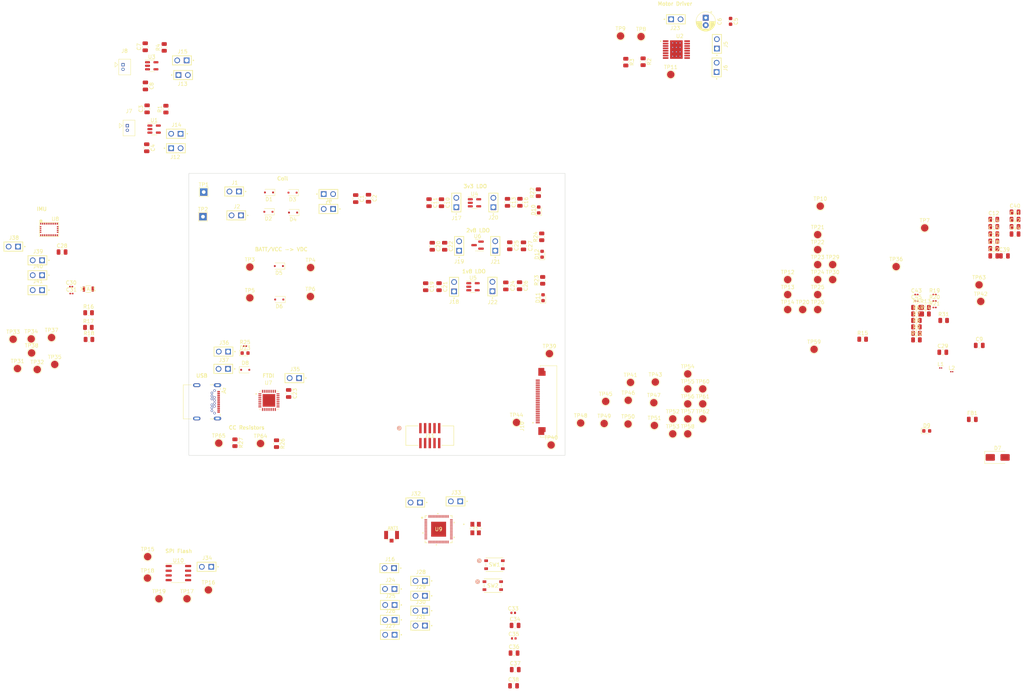
<source format=kicad_pcb>
(kicad_pcb (version 20221018) (generator pcbnew)
  (layers (0 "F.Cu" signal) (1 "In1.Cu" signal) (2 "In2.Cu" signal) (31 "B.Cu" signal) (34 "B.Paste" user) (35 "F.Paste" user) (36 "B.SilkS" user "B.Silkscreen") (37 "F.SilkS" user "F.Silkscreen") (38 "B.Mask" user) (39 "F.Mask" user) (44 "Edge.Cuts" user))
  (net 0 "")
  (net 1 "GND")
  (net 2 "Net-(ANT1-PadSIG)")
  (net 3 "VCC")
  (net 4 "+BATT")
  (net 5 "+2V8")
  (net 6 "VDC")
  (net 7 "Net-(D7-K)")
  (net 8 "+3.3V")
  (net 9 "CAM_RESET")
  (net 10 "+1V8")
  (net 11 "Net-(U8-CAP)")
  (net 12 "Net-(U8-XIN32)")
  (net 13 "Net-(U8-XOUT32)")
  (net 14 "Net-(U9-LNA_IN)")
  (net 15 "Net-(C38-Pad1)")
  (net 16 "Net-(U9-XTAL_P)")
  (net 17 "Net-(U9-XTAL_N)")
  (net 18 "Net-(D1-K)")
  (net 19 "Net-(D2-K)")
  (net 20 "+5V")
  (net 21 "IO21{slash}USER_LED")
  (net 22 "Net-(D9-A)")
  (net 23 "Net-(FB1-Pad2)")
  (net 24 "Net-(U2-BOUT1)")
  (net 25 "Net-(U2-BOUT2)")
  (net 26 "Net-(U2-AOUT1)")
  (net 27 "Net-(U2-AOUT2)")
  (net 28 "USB_DP")
  (net 29 "USB_DN")
  (net 31 "MTDO{slash}IO40{slash}CAM_SDA")
  (net 32 "MTCK{slash}IO39{slash}CAM_SCL")
  (net 33 "IO38{slash}DVP_VSYNC")
  (net 34 "Net-(J10-Pad8)")
  (net 35 "IO47{slash}DVP_HREF")
  (net 36 "IO48{slash}DVP_Y9")
  (net 37 "IO10{slash}XMCLK")
  (net 38 "IO11{slash}DVP_Y8")
  (net 39 "IO12{slash}DVP_Y7")
  (net 40 "IO13{slash}DVP_PCLK")
  (net 41 "IO14{slash}DVP_Y6")
  (net 42 "IO15{slash}DVP_Y2")
  (net 43 "IO16{slash}DVP_Y5")
  (net 44 "IO17{slash}DVP_Y3")
  (net 45 "IO18{slash}DVP_Y4")
  (net 48 "CHIP_EN")
  (net 49 "MTDI{slash}IO41{slash}PDM_DATA")
  (net 50 "MTMS{slash}IO42{slash}PDM_CLK")
  (net 51 "Net-(U1-PROG)")
  (net 52 "Net-(U2-BISEN)")
  (net 53 "Net-(U2-AISEN)")
  (net 54 "Net-(U3-PROG)")
  (net 55 "Net-(R6-Pad1)")
  (net 56 "Net-(R13-Pad2)")
  (net 57 "Net-(R14-Pad2)")
  (net 58 "Net-(U8-PS1)")
  (net 59 "Net-(U8-PS0)")
  (net 60 "Net-(U8-COM3)")
  (net 61 "DRV_FAULT")
  (net 62 "BNO_SCL")
  (net 63 "BNO_SDA")
  (net 64 "GPIO37")
  (net 65 "DRV_SLEEP")
  (net 66 "GPIO36")
  (net 67 "BNO_INT")
  (net 68 "GPIO35")
  (net 69 "GPIO34")
  (net 70 "GPIO33")
  (net 71 "MOTOR1_AIN1")
  (net 72 "D3{slash}A3")
  (net 73 "MOTOR1_AIN2")
  (net 74 "D2{slash}A2")
  (net 75 "MOTOR2_BIN1")
  (net 76 "D1{slash}A1")
  (net 77 "MOTOR2_BIN2")
  (net 78 "D0{slash}A0")
  (net 79 "Net-(U9-U0TXD)")
  (net 80 "TX_D6")
  (net 82 "GPIO0")
  (net 95 "RX_D7")
  (net 106 "BNO_RST")
  (net 107 "D4{slash}I2C_SDA")
  (net 108 "D5{slash}I2C_SCL")
  (net 109 "D8{slash}A8{slash}SCK")
  (net 110 "D9{slash}A9{slash}MISO")
  (net 111 "D10{slash}A10{slash}MOSI")
  (net 113 "VDD_SPI")
  (net 114 "SPIHD")
  (net 115 "SPIWP")
  (net 116 "SPICS0")
  (net 117 "SPICLK")
  (net 118 "SPIQ")
  (net 119 "SPID")
  (net 123 "Net-(D1-A)")
  (net 124 "Net-(D3-K)")
  (net 125 "Net-(J1-Pad01)")
  (net 126 "Net-(J2-Pad02)")
  (net 127 "Net-(J12-Pad02)")
  (net 128 "Net-(J13-Pad02)")
  (net 129 "Net-(U1-V_{DD})")
  (net 130 "Net-(U3-V_{DD})")
  (net 131 "Net-(U4-EN)")
  (net 132 "Net-(U5-EN)")
  (net 133 "Net-(U6-VI)")
  (net 134 "Net-(U4-VOUT)")
  (net 135 "Net-(U6-VO)")
  (net 136 "Net-(U5-VOUT)")
  (net 137 "Net-(C44-Pad1)")
  (net 138 "Net-(D8-K)")
  (net 139 "Net-(D8-A)")
  (net 140 "Net-(U2-VM)")
  (net 141 "Net-(J32-Pad02)")
  (net 142 "Net-(J33-Pad01)")
  (net 143 "Net-(U7-VCC)")
  (net 144 "Net-(U8-VDD)")
  (net 145 "Net-(U8-PIN10)")
  (net 146 "Net-(U8-PIN15)")
  (net 147 "Net-(U8-PIN16)")
  (net 148 "Net-(C25-Pad1)")
  (net 149 "Net-(D10-A)")
  (net 150 "Net-(D11-A)")
  (net 151 "Net-(D12-A)")
  (net 152 "Net-(D13-A)")
  (net 153 "Net-(J42-CC1)")
  (net 154 "Net-(J42-CC2)")
  (footprint "HMTSW-102-X-X-S-X:SAMTEC_HMTSW-102-X-X-S-X" (layer "F.Cu") (at 77.6224 49.4792)
    (fp_text reference "J14")
    (fp_text value "HMTSW-102-X-X-S-X" hide)
  )
  (footprint "TestPoint:TestPoint_Pad_D2.0mm" (layer "F.Cu") (at 169.6212 127.508)
    (fp_text reference "TP44")
    (fp_text value "TestPoint")
  )
  (footprint "HMTSW-102-X-X-S-X:SAMTEC_HMTSW-102-X-X-S-X" (layer "F.Cu") (at 135.4213 184.8952)
    (fp_text reference "J27")
    (fp_text value "HMTSW-102-X-X-S-X")
  )
  (footprint "Capacitor_SMD:C_0805_2012Metric" (layer "F.Cu") (at 170.5356 68.006 -90)
    (fp_text reference "C16")
    (fp_text value "1uF")
  )
  (footprint "ABM8G_40_000MHZ_18_D2Y_T:CRYSTAL_ABM8G_ABR" (layer "F.Cu") (at 158.571399 156.183401)
    (fp_text reference "Y1")
    (fp_text value "ABM8G-40.000MHZ-18-D2Y-T")
  )
  (footprint "Capacitor_SMD:C_0805_2012Metric" (layer "F.Cu") (at 298.5164 82.494)
    (fp_text reference "C32")
    (fp_text value "100nF")
  )
  (footprint "Capacitor_SMD:C_0805_2012Metric" (layer "F.Cu") (at 171.5008 79.7916 -90)
    (fp_text reference "C27")
    (fp_text value "1uF")
  )
  (footprint "TestPoint:TestPoint_Pad_D2.0mm" (layer "F.Cu") (at 97.5983 85.4964)
    (fp_text reference "TP3")
    (fp_text value "TestPoint")
  )
  (footprint "Capacitor_SMD:C_0201_0603Metric" (layer "F.Cu") (at 277.6288 92.9392)
    (fp_text reference "C43")
    (fp_text value "18pF")
  )
  (footprint "Capacitor_SMD:C_0805_2012Metric" (layer "F.Cu") (at 298.5164 72.644)
    (fp_text reference "C12")
    (fp_text value "2.2uF")
  )
  (footprint "HMTSW-102-X-X-S-X:SAMTEC_HMTSW-102-X-X-S-X" (layer "F.Cu") (at 223.7347 25.1968 -90)
    (fp_text reference "J5")
    (fp_text value "HMTSW-102-X-X-S-X" hide)
  )
  (footprint "Resistor_SMD:R_0805_2012Metric" (layer "F.Cu") (at 280.0788 96.4392)
    (fp_text reference "R13")
    (fp_text value "10k")
  )
  (footprint "TestPoint:TestPoint_Pad_D2.0mm" (layer "F.Cu") (at 272.1496 85.3948)
    (fp_text reference "TP36")
    (fp_text value "TestPoint")
  )
  (footprint "TestPoint:TestPoint_Pad_D2.0mm" (layer "F.Cu") (at 40.1788 113.20265)
    (fp_text reference "TP32")
    (fp_text value "TestPoint")
  )
  (footprint "DRV8410PWPR:IC_DRV8410PWPR" (layer "F.Cu") (at 212.7968 26.7306)
    (fp_text reference "U2")
    (fp_text value "DRV8410PWPR")
  )
  (footprint "TestPoint:TestPoint_Pad_D2.0mm" (layer "F.Cu") (at 69.9516 169.5704)
    (fp_text reference "TP18")
    (fp_text value "TestPoint")
  )
  (footprint "Capacitor_SMD:C_0805_2012Metric" (layer "F.Cu") (at 69.342 25.9792 90)
    (fp_text reference "C7")
    (fp_text value "1uF")
  )
  (footprint "TestPoint:TestPoint_Pad_D2.0mm" (layer "F.Cu") (at 250.954 76.752)
    (fp_text reference "TP21")
    (fp_text value "TestPoint")
  )
  (footprint "Capacitor_SMD:C_0805_2012Metric" (layer "F.Cu") (at 294.594975 106.69)
    (fp_text reference "C9")
    (fp_text value "2.2uF")
  )
  (footprint "Capacitor_SMD:C_0201_0603Metric" (layer "F.Cu") (at 49.4138 92.67945)
    (fp_text reference "C31")
    (fp_text value "22pF")
  )
  (footprint "TestPoint:TestPoint_Pad_D2.0mm" (layer "F.Cu") (at 215.8632 122.4928)
    (fp_text reference "TP56")
    (fp_text value "TestPoint")
  )
  (footprint "Capacitor_SMD:C_0805_2012Metric" (layer "F.Cu") (at 304.2564 70.674)
    (fp_text reference "C40")
    (fp_text value "100nF")
  )
  (footprint "TestPoint:TestPoint_Pad_D2.0mm" (layer "F.Cu") (at 207.1116 116.586)
    (fp_text reference "TP43")
    (fp_text value "TestPoint")
  )
  (footprint "U.FL-R-SMT-1:U.FL-R-SMT-1" (layer "F.Cu") (at 135.875199 157.928001)
    (fp_text reference "ANT1")
    (fp_text value "U.FL-R-SMT-1")
  )
  (footprint "Capacitor_SMD:C_0805_2012Metric" (layer "F.Cu") (at 301.3864 82.494)
    (fp_text reference "C39")
    (fp_text value "2.2uF")
  )
  (footprint "TestPoint:TestPoint_Pad_D2.0mm" (layer "F.Cu") (at 34.8448 112.94865)
    (fp_text reference "TP31")
    (fp_text value "TestPoint")
  )
  (footprint "HMTSW-102-X-X-S-X:SAMTEC_HMTSW-102-X-X-S-X" (layer "F.Cu") (at 79.5921 33.6144 180)
    (fp_text reference "J13")
    (fp_text value "HMTSW-102-X-X-S-X" hide)
  )
  (footprint "UJ31-CH-G2-SMT-TR:CUI_UJ31-CH-G2-SMT-TR" (layer "F.Cu") (at 89.1712 119.1912 -90)
    (fp_text reference "J42")
    (fp_text value "UJ31-CH-G2-SMT-TR")
    (fp_line (start 6.325 1.485) (end 6.625 1.485) (stroke (width 0.01)) (layer "Edge.Cuts"))
    (fp_line (start 6.325 2.135) (end 6.625 2.135) (stroke (width 0.01)) (layer "Edge.Cuts"))
    (fp_arc (start 6.325 2.135) (mid 6 1.81) (end 6.325 1.485) (stroke (width 0.01)) (layer "Edge.Cuts"))
    (fp_arc (start 6.625 1.485) (mid 6.95 1.81) (end 6.625 2.135) (stroke (width 0.01)) (layer "Edge.Cuts"))
  )
  (footprint "TestPoint:TestPoint_Pad_D2.0mm" (layer "F.Cu") (at 242.854 97.002)
    (fp_text reference "TP14")
    (fp_text value "TestPoint")
  )
  (footprint "TestPoint:TestPoint_Pad_D2.0mm" (layer "F.Cu") (at 70.0024 163.7792)
    (fp_text reference "TP15")
    (fp_text value "TestPoint")
  )
  (footprint "TestPoint:TestPoint_Pad_D2.0mm" (layer "F.Cu") (at 199.7964 121.5136)
    (fp_text reference "TP46")
    (fp_text value "TestPoint")
  )
  (footprint "TestPoint:TestPoint_Pad_D2.0mm" (layer "F.Cu") (at 251.66 69.0496)
    (fp_text reference "TP10")
    (fp_text value "TestPoint")
  )
  (footprint "Capacitor_SMD:C_0805_2012Metric" (layer "F.Cu") (at 166.7256 90.612 -90)
    (fp_text reference "C24")
    (fp_text value "10uF")
  )
  (footprint "Capacitor_SMD:C_0805_2012Metric" (layer "F.Cu") (at 146.8628 79.8932 -90)
    (fp_text reference "C20")
    (fp_text value "10uF")
  )
  (footprint "Capacitor_SMD:C_0805_2012Metric" (layer "F.Cu") (at 148.6916 90.8152 -90)
    (fp_text reference "C21")
    (fp_text value "1uF")
  )
  (footprint "HMTSW-102-X-X-S-X:SAMTEC_HMTSW-102-X-X-S-X" (layer "F.Cu") (at 135.2689 166.8784)
    (fp_text reference "J16")
    (fp_text value "HMTSW-102-X-X-S-X" hide)
  )
  (footprint "HMTSW-102-X-X-S-X:SAMTEC_HMTSW-102-X-X-S-X" (layer "F.Cu") (at 163.1188 90.7796 -90)
    (fp_text reference "J22")
    (fp_text value "HMTSW-102-X-X-S-X" hide)
  )
  (footprint "Capacitor_SMD:C_0805_2012Metric" (layer "F.Cu") (at 292.7188 126.6792)
    (fp_text reference "FB1")
    (fp_text value "120R-3A")
  )
  (footprint "TestPoint:TestPoint_Pad_D2.0mm" (layer "F.Cu") (at 100.4805 133.1976)
    (fp_text reference "TP64")
    (fp_text value "TestPoint")
  )
  (footprint "TestPoint:TestPoint_Pad_D2.0mm" (layer "F.Cu") (at 255.004 84.852)
    (fp_text reference "TP29")
    (fp_text value "TestPoint")
  )
  (footprint "Capacitor_SMD:C_0805_2012Metric" (layer "F.Cu") (at 169.2756 194.31)
    (fp_text reference "C37")
    (fp_text value "100nF")
  )
  (footprint "Capacitor_SMD:C_0805_2012Metric" (layer "F.Cu") (at 108.0798 119.6778 -90)
    (fp_text reference "C23")
    (fp_text value "10uF")
  )
  (footprint "HMTSW-102-X-X-S-X:SAMTEC_HMTSW-102-X-X-S-X" (layer "F.Cu") (at 109.6264 115.5192)
    (fp_text reference "J35")
    (fp_text value "HMTSW-102-X-X-S-X")
  )
  (footprint "HMTSW-102-X-X-S-X:SAMTEC_HMTSW-102-X-X-S-X" (layer "F.Cu") (at 143.6116 182.4228)
    (fp_text reference "J31")
    (fp_text value "HMTSW-102-X-X-S-X")
  )
  (footprint "TestPoint:TestPoint_Pad_D2.0mm" (layer "F.Cu") (at 219.9132 122.4928)
    (fp_text reference "TP61")
    (fp_text value "TestPoint")
  )
  (footprint "Package_TO_SOT_SMD:SOT-23-5" (layer "F.Cu") (at 71.1001 31.11)
    (fp_text reference "U3")
    (fp_text value "MCP73812T-420I-OT")
  )
  (footprint "HMTSW-102-X-X-S-X:SAMTEC_HMTSW-102-X-X-S-X" (layer "F.Cu") (at 90.4748 108.3564)
    (fp_text reference "J36")
    (fp_text value "HMTSW-102-X-X-S-X")
  )
  (footprint "HMTSW-102-X-X-S-X:SAMTEC_HMTSW-102-X-X-S-X" (layer "F.Cu") (at 79.2595 29.652)
    (fp_text reference "J15")
    (fp_text value "HMTSW-102-X-X-S-X" hide)
  )
  (footprint "Capacitor_SMD:C_0805_2012Metric" (layer "F.Cu") (at 145.9992 68.1076 -90)
    (fp_text reference "C11")
    (fp_text value "1uF")
  )
  (footprint "Capacitor_SMD:C_0805_2012Metric" (layer "F.Cu") (at 69.3928 36.5608 -90)
    (fp_text reference "C8")
    (fp_text value "1uF")
  )
  (footprint "Resistor_SMD:R_0805_2012Metric" (layer "F.Cu") (at 277.6288 98.1892)
    (fp_text reference "R6")
    (fp_text value "0k")
  )
  (footprint "F32R-1A7H1-11024:AMPHENOL_F32R-1A7H1-11024" (layer "F.Cu") (at 178.2616 121.8332 90)
    (fp_text reference "J10")
    (fp_text value "F32R-1A7H1-11024")
  )
  (footprint "HMTSW-102-X-X-S-X:SAMTEC_HMTSW-102-X-X-S-X" (layer "F.Cu") (at 93.3704 65.0916)
    (fp_text reference "J1")
    (fp_text value "HMTSW-102-X-X-S-X" hide)
  )
  (footprint "Capacitor_SMD:C_0201_0603Metric" (layer "F.Cu") (at 277.6288 94.6892)
    (fp_text reference "C45")
    (fp_text value "18pF")
  )
  (footprint "Diode_SMD:D_SOD-323F" (layer "F.Cu") (at 102.616 70.578 180)
    (fp_text reference "D2")
    (fp_text value "PMEG6010CEJ")
  )
  (footprint "HMTSW-102-X-X-S-X:SAMTEC_HMTSW-102-X-X-S-X" (layer "F.Cu") (at 223.6724 31.5468 -90)
    (fp_text reference "J6")
    (fp_text value "HMTSW-102-X-X-S-X" hide)
  )
  (footprint "LED_SMD:LED_0603_1608Metric" (layer "F.Cu") (at 176.784 93.8023 90)
    (fp_text reference "D11")
    (fp_text value "LED")
  )
  (footprint "TestPoint:TestPoint_Pad_D2.0mm" (layer "F.Cu") (at 203.2508 23.2156)
    (fp_text reference "TP8")
    (fp_text value "TestPoint")
  )
  (footprint "Resistor_SMD:R_0805_2012Metric" (layer "F.Cu") (at 199.136 30.1244 -90)
    (fp_text reference "R3")
    (fp_text value "2")
  )
  (footprint "TestPoint:TestPoint_Pad_D2.0mm" (layer "F.Cu") (at 211.2772 33.4772)
    (fp_text reference "TP11")
    (fp_text value "TestPoint")
  )
  (footprint "Capacitor_SMD:C_0805_2012Metric" (layer "F.Cu") (at 304.2564 74.614)
    (fp_text reference "C42")
    (fp_text value "100nF")
  )
  (footprint "HMTSW-102-X-X-S-X:SAMTEC_HMTSW-102-X-X-S-X" (layer "F.Cu") (at 33.7272 79.97945)
    (fp_text reference "J38")
    (fp_text value "HMTSW-102-X-X-S-X" hide)
  )
  (footprint "TestPoint:TestPoint_Pad_D2.0mm" (layer "F.Cu") (at 33.6764 105.02385)
    (fp_text reference "TP33")
    (fp_text value "TestPoint")
  )
  (footprint "Diode_SMD:D_SOD-323F" (layer "F.Cu") (at 109.136 65.3964 180)
    (fp_text reference "D3")
    (fp_text value "PMEG6010CEJ")
  )
  (footprint "HMTSW-102-X-X-S-X:SAMTEC_HMTSW-102-X-X-S-X" (layer "F.Cu") (at 85.9028 166.5224)
    (fp_text reference "J34")
    (fp_text value "HMTSW-102-X-X-S-X" hide)
  )
  (footprint "TestPoint:TestPoint_Pad_D2.0mm" (layer "F.Cu") (at 38.6548 108.73225)
    (fp_text reference "TP38")
    (fp_text value "TestPoint")
  )
  (footprint "HMTSW-102-X-X-S-X:SAMTEC_HMTSW-102-X-X-S-X" (layer "F.Cu") (at 135.4213 176.8352)
    (fp_text reference "J25")
    (fp_text value "HMTSW-102-X-X-S-X")
  )
  (footprint "Capacitor_SMD:C_0603_1608Metric" (layer "F.Cu") (at 227.4316 19.1008 -90)
    (fp_text reference "C5")
    (fp_text value "100nF")
  )
  (footprint "Diode_SMD:D_SMA" (layer "F.Cu") (at 299.5676 136.9568)
    (fp_text reference "D7")
    (fp_text value "B140-E3")
  )
  (footprint "TestPoint:TestPoint_Pad_D2.0mm" (layer "F.Cu") (at 178.9684 133.604)
    (fp_text reference "TP40")
    (fp_text value "TestPoint")
  )
  (footprint "Resistor_SMD:R_0805_2012Metric" (layer "F.Cu") (at 176.6824 89.1032 90)
    (fp_text reference "R23")
    (fp_text value "100")
  )
  (footprint "Resistor_SMD:R_0805_2012Metric" (layer "F.Cu") (at 277.6288 99.9392)
    (fp_text reference "R7")
    (fp_text value "4.7k")
  )
  (footprint "HMTSW-102-X-X-S-X:SAMTEC_HMTSW-102-X-X-S-X" (layer "F.Cu") (at 212.6488 18.542 180)
    (fp_text reference "J23")
    (fp_text value "HMTSW-102-X-X-S-X" hide)
  )
  (footprint "Resistor_SMD:R_0805_2012Metric" (layer "F.Cu") (at 104.8004 133.2465 -90)
    (fp_text reference "R26")
    (fp_text value "5.1K")
  )
  (footprint "LED_SMD:LED_0603_1608Metric" (layer "F.Cu") (at 96.3117 108.7628)
    (fp_text reference "D13")
    (fp_text value "LED")
  )
  (footprint "HMTSW-102-X-X-S-X:SAMTEC_HMTSW-102-X-X-S-X" (layer "F.Cu") (at 153.147199 148.835801)
    (fp_text reference "J33")
    (fp_text value "HMTSW-102-X-X-S-X" hide)
  )
  (footprint "LED_SMD:LED_0603_1608Metric" (layer "F.Cu") (at 280.4088 129.7992)
    (fp_text reference "D9")
    (fp_text value "LED")
  )
  (footprint "Package_SO:SOP-8_3.9x4.9mm_P1.27mm" (layer "F.Cu") (at 78.2994 168.2242)
    (fp_text reference "U10")
    (fp_text value "GD25D05CT")
  )
  (footprint "Resistor_SMD:R_0201_0603Metric" (layer "F.Cu") (at 96.3016 106.8832)
    (fp_text reference "R25")
    (fp_text value "100")
  )
  (footprint "TestPoint:TestPoint_Pad_D2.0mm" (layer "F.Cu") (at 249.9868 107.7468)
    (fp_text reference "TP59")
    (fp_text value "TestPoint")
  )
  (footprint "HMTSW-102-X-X-S-X:SAMTEC_HMTSW-102-X-X-S-X" (layer "F.Cu") (at 143.6116 174.3628)
    (fp_text reference "J29")
    (fp_text value "HMTSW-102-X-X-S-X")
  )
  (footprint "TestPoint:TestPoint_Pad_D2.0mm" (layer "F.Cu") (at 250.954 92.952)
    (fp_text reference "TP25")
    (fp_text value "TestPoint")
  )
  (footprint "Inductor_SMD:L_01005_0402Metric" (layer "F.Cu") (at 287.157175 113.802)
    (fp_text reference "L2")
    (fp_text value "2nH")
  )
  (footprint "Capacitor_SMD:C_0201_0603Metric" (layer "F.Cu") (at 49.338 90.79985)
    (fp_text reference "C30")
    (fp_text value "22pF")
  )
  (footprint "TestPoint:TestPoint_Pad_D2.0mm" (layer "F.Cu") (at 97.5983 93.8276)
    (fp_text reference "TP5")
    (fp_text value "TestPoint")
  )
  (footprint "TestPoint:TestPoint_Pad_D2.0mm" (layer "F.Cu") (at 186.944 127.6604)
    (fp_text reference "TP48")
    (fp_text value "TestPoint")
  )
  (footprint "TestPoint:TestPoint_Pad_D2.0mm" (layer "F.Cu") (at 200.406 116.6876)
    (fp_text reference "TP41")
    (fp_text value "TestPoint")
  )
  (footprint "Resistor_SMD:R_0805_2012Metric" (layer "F.Cu") (at 277.6288 101.6892)
    (fp_text reference "R8")
    (fp_text value "0k")
  )
  (footprint "Capacitor_SMD:C_0805_2012Metric" (layer "F.Cu") (at 284.7488 108.5392)
    (fp_text reference "C29")
    (fp_text value "0.1uF")
  )
  (footprint "Capacitor_SMD:C_0805_2012Metric" (layer "F.Cu") (at 298.5164 74.614)
    (fp_text reference "C14")
    (fp_text value "100nF")
  )
  (footprint "HMTSW-102-X-X-S-X:SAMTEC_HMTSW-102-X-X-S-X" (layer "F.Cu") (at 118.8212 65.786 180)
    (fp_text reference "J3")
    (fp_text value "HMTSW-102-X-X-S-X" hide)
  )
  (footprint "TestPoint:TestPoint_THTPad_2.0x2.0mm_Drill1.0mm" (layer "F.Cu") (at 85.1408 65.244)
    (fp_text reference "TP1")
    (fp_text value "COIL1")
  )
  (footprint "Package_TO_SOT_SMD:SOT-23-5" (layer "F.Cu") (at 158.2729 68.1432)
    (fp_text reference "U4")
    (fp_text value "MIC5504-3.3YM5")
  )
  (footprint "Capacitor_SMD:C_0805_2012Metric" (layer "F.Cu") (at 69.7484 53.274 -90)
    (fp_text reference "C4")
    (fp_text value "1uF")
  )
  (footprint "TestPoint:TestPoint_Pad_D2.0mm" (layer "F.Cu") (at 219.9132 126.5428)
    (fp_text reference "TP62")
    (fp_text value "TestPoint")
  )
  (footprint "HMTSW-102-X-X-S-X:SAMTEC_HMTSW-102-X-X-S-X" (layer "F.Cu") (at 93.9292 71.5432)
    (fp_text reference "J2")
    (fp_text value "HMTSW-102-X-X-S-X" hide)
  )
  (footprint "HMTSW-102-X-X-S-X:SAMTEC_HMTSW-102-X-X-S-X" (layer "F.Cu") (at 40.2296 91.74785)
    (fp_text reference "J41")
    (fp_text value "HMTSW-102-X-X-S-X" hide)
  )
  (footprint "TestPoint:TestPoint_Pad_D2.0mm" (layer "F.Cu") (at 193.7004 121.8184)
    (fp_text reference "TP45")
    (fp_text value "TestPoint")
  )
  (footprint "TestPoint:TestPoint_Pad_D2.0mm" (layer "F.Cu") (at 113.9559 93.472)
    (fp_text reference "TP6")
    (fp_text value "TestPoint")
  )
  (footprint "HMTSW-102-X-X-S-X:SAMTEC_HMTSW-102-X-X-S-X" (layer "F.Cu") (at 118.8212 69.816)
    (fp_text reference "J4")
    (fp_text value "HMTSW-102-X-X-S-X" hide)
  )
  (footprint "Capacitor_SMD:C_0805_2012Metric" (layer "F.Cu") (at 170.434 90.5612 -90)
    (fp_text reference "C26")
    (fp_text value "1uF")
  )
  (footprint "Resistor_SMD:R_0805_2012Metric" (layer "F.Cu") (at 74.4728 26.1449 90)
    (fp_text reference "R4")
    (fp_text value "2k")
  )
  (footprint "53047-0210:CON_530470210_MOL" (layer "F.Cu") (at 64.516 47.2948 90)
    (fp_text reference "J7")
    (fp_text value "530470210" hide)
  )
  (footprint "TestPoint:TestPoint_Pad_D2.0mm" (layer "F.Cu") (at 199.7456 127.9284)
    (fp_text reference "TP50")
    (fp_text value "TestPoint")
  )
  (footprint "TestPoint:TestPoint_Pad_D2.0mm" (layer "F.Cu") (at 279.8572 74.93)
    (fp_text reference "TP7")
    (fp_text value "TestPoint")
  )
  (footprint "53047-0210:CON_530470210_MOL" (layer "F.Cu") (at 63.3476 30.8204 90)
    (fp_text reference "J8")
    (fp_text value "530470210" hide)
  )
  (footprint "Resistor_SMD:R_0805_2012Metric" (layer "F.Cu") (at 277.6288 96.4392)
    (fp_text reference "R5")
    (fp_text value "10k")
  )
  (footprint "Package_TO_SOT_SMD:SOT-23" (layer "F.Cu") (at 159.0941 79.5884 180)
    (fp_text reference "U6")
    (fp_text value "MCP1700x-280xxTT")
  )
  (footprint "TestPoint:TestPoint_Pad_D2.0mm" (layer "F.Cu") (at 206.7052 122.174)
    (fp_text reference "TP47")
    (fp_text value "TestPoint")
  )
  (footprint "Capacitor_SMD:C_0805_2012Metric" (layer "F.Cu") (at 167.7924 79.762 -90)
    (fp_text reference "C25")
    (fp_text value "10uF")
  )
  (footprint "TestPoint:TestPoint_Pad_D2.0mm" (layer "F.Cu") (at 242.854 92.952)
    (fp_text reference "TP13")
    (fp_text value "TestPoint")
  )
  (footprint "Capacitor_SMD:C_0805_2012Metric" (layer "F.Cu") (at 129.6416 66.9052 -90)
    (fp_text reference "C2")
    (fp_text value "10uF")
  )
  (footprint "Capacitor_SMD:C_0805_2012Metric" (layer "F.Cu") (at 304.2564 72.644)
    (fp_text reference "C41")
    (fp_text value "10nF")
  )
  (footprint "Capacitor_SMD:C_0805_2012Metric" (layer "F.Cu") (at 168.9556 189.8396)
    (fp_text reference "C36")
    (fp_text value "2.2uF")
  )
  (footprint "Resistor_SMD:R_0805_2012Metric" (layer "F.Cu") (at 176.4284 77.341 90)
    (fp_text reference "R24")
    (fp_text value "100")
  )
  (footprint "Resistor_SMD:R_0805_2012Metric" (layer "F.Cu") (at 93.5736 132.9925 -90)
    (fp_text reference "R27")
    (fp_text value "6.1K")
  )
  (footprint "Resistor_SMD:R_0805_2012Metric" (layer "F.Cu") (at 284.9788 99.9392)
    (fp_text reference "R31")
    (fp_text value "499")
  )
  (footprint "TestPoint:TestPoint_Pad_D2.0mm" (layer "F.Cu") (at 178.5112 108.9152)
    (fp_text reference "TP39")
    (fp_text value "TestPoint")
  )
  (footprint "Capacitor_SMD:C_0805_2012Metric" (layer "F.Cu") (at 298.5164 80.524)
    (fp_text reference "C18")
    (fp_text value "4.7uF")
  )
  (footprint "Resistor_SMD:R_0805_2012Metric" (layer "F.Cu") (at 277.6288 103.4392)
    (fp_text reference "R9")
    (fp_text value "4.7k")
  )
  (footprint "Resistor_SMD:R_0805_2012Metric" (layer "F.Cu") (at 277.6288 105.1892)
    (fp_text reference "R10")
    (fp_text value "10k")
  )
  (footprint "TestPoint:TestPoint_Pad_D2.0mm" (layer "F.Cu") (at 250.954 97.002)
    (fp_text reference "TP26")
    (fp_text value "TestPoint")
  )
  (footprint "TestPoint:TestPoint_Pad_D2.0mm" (layer "F.Cu") (at 255.004 88.902)
    (fp_text reference "TP30")
    (fp_text value "TestPoint")
  )
  (footprint "TestPoint:TestPoint_Pad_D2.0mm" (layer "F.Cu") (at 193.294 127.79)
    (fp_text reference "TP49")
    (fp_text value "TestPoint")
  )
  (footprint "Capacitor_SMD:C_0805_2012Metric" (layer "F.Cu") (at 150.2156 79.8932 -90)
    (fp_text reference "C22")
    (fp_text value "1uF")
  )
  (footprint "Resistor_SMD:R_0805_2012Metric" (layer "F.Cu") (at 280.0788 98.1892)
    (fp_text reference "R14")
    (fp_text value "10k")
  )
  (footprint "TestPoint:TestPoint_Pad_D2.0mm" (layer "F.Cu") (at 246.904 97.002)
    (fp_text reference "TP20")
    (fp_text value "TestPoint")
  )
  (footprint "HMTSW-102-X-X-S-X:SAMTEC_HMTSW-102-X-X-S-X" (layer "F.Cu") (at 40.2296 83.68785)
    (fp_text reference "J39")
    (fp_text value "HMTSW-102-X-X-S-X" hide)
  )
  (footprint "TestPoint:TestPoint_THTPad_2.0x2.0mm_Drill1.0mm" (layer "F.Cu") (at 84.9376 71.8988)
    (fp_text reference "TP2")
    (fp_text value "COIL2")
  )
  (footprint "TestPoint:TestPoint_Pad_D2.0mm" (layer "F.Cu") (at 80.6196 175.1584)
    (fp_text reference "TP17")
    (fp_text value "TestPoint")
  )
  (footprint "Resistor_SMD:R_0201_0603Metric" (layer "F.Cu") (at 282.5288 96.4392)
    (fp_text reference "R21")
    (fp_text value "10k")
  )
  (footprint "HMTSW-102-X-X-S-X:SAMTEC_HMTSW-102-X-X-S-X" (layer "F.Cu") (at 163.8808 79.8068 -90)
    (fp_text reference "J21")
    (fp_text value "HMTSW-102-X-X-S-X" hide)
  )
  (footprint "TestPoint:TestPoint_Pad_D2.0mm" (layer "F.Cu") (at 197.7136 23.0632)
    (fp_text reference "TP9")
    (fp_text value "TestPoint")
  )
  (footprint "Resistor_SMD:R_0805_2012Metric" (layer "F.Cu") (at 54.1488 105.07465)
    (fp_text reference "R18")
    (fp_text value "10k")
  )
  (footprint "BNO055:LGA28R50P4X10_380X520X100" (layer "F.Cu") (at 43.3792 75.3487)
    (fp_text reference "U8")
    (fp_text value "BNO055")
  )
  (footprint "HMTSW-102-X-X-S-X:SAMTEC_HMTSW-102-X-X-S-X" (layer "F.Cu") (at 143.6116 170.3328)
    (fp_text reference "J28")
    (fp_text value "HMTSW-102-X-X-S-X")
  )
  (footprint "HMTSW-102-X-X-S-X:SAMTEC_HMTSW-102-X-X-S-X" (layer "F.Cu") (at 135.4213 180.8652)
    (fp_text reference "J26")
    (fp_text value "HMTSW-102-X-X-S-X")
  )
  (footprint "TestPoint:TestPoint_Pad_D2.0mm" (layer "F.Cu") (at 215.8632 130.5928)
    (fp_text reference "TP58")
    (fp_text value "TestPoint")
  )
  (footprint "Capacitor_SMD:C_0805_2012Metric" (layer "F.Cu") (at 168.8184 198.6788)
    (fp_text reference "C38")
    (fp_text value "100nF")
  )
  (footprint "TestPoint:TestPoint_Pad_D2.0mm" (layer "F.Cu") (at 242.854 88.902)
    (fp_text reference "TP12")
    (fp_text value "TestPoint")
  )
  (footprint "Inductor_SMD:L_01005_0402Metric" (layer "F.Cu") (at 284.159975 112.786)
    (fp_text reference "L1")
    (fp_text value "2nH")
  )
  (footprint "Resistor_SMD:R_0805_2012Metric" (layer "F.Cu") (at 263.100875 105.0136)
    (fp_text reference "R15")
    (fp_text value "100")
  )
  (footprint "Resistor_SMD:R_0805_2012Metric" (layer "F.Cu") (at 54.0472 97.86105)
    (fp_text reference "R16")
    (fp_text value "10k")
  )
  (footprint "FT232RQ:QFN50P500X500X90-33N" (layer "F.Cu") (at 102.7568 121.5444)
    (fp_text reference "U7")
    (fp_text value "FT232RQ")
  )
  (footprint "HMTSW-102-X-X-S-X:SAMTEC_HMTSW-102-X-X-S-X" (layer "F.Cu") (at 142.275999 149.140601)
    (fp_text reference "J32")
    (fp_text value "HMTSW-102-X-X-S-X" hide)
  )
  (footprint "HMTSW-102-X-X-S-X:SAMTEC_HMTSW-102-X-X-S-X" (layer "F.Cu") (at 135.382 172.5172)
    (fp_text reference "J24")
    (fp_text value "HMTSW-102-X-X-S-X")
  )
  (footprint "TestPoint:TestPoint_Pad_D2.0mm" (layer "F.Cu") (at 44.9032 111.83105)
    (fp_text reference "TP35")
    (fp_text value "TestPoint")
  )
  (footprint "HMTSW-102-X-X-S-X:SAMTEC_HMTSW-102-X-X-S-X" (layer "F.Cu") (at 152.7556 90.8304 -90)
    (fp_text reference "J18")
    (fp_text value "HMTSW-102-X-X-S-X" hide)
  )
  (footprint "TestPoint:TestPoint_Pad_D2.0mm" (layer "F.Cu") (at 73.0504 175.1584)
    (fp_text reference "TP19")
    (fp_text value "TestPoint")
  )
  (footprint "HMTSW-102-X-X-S-X:SAMTEC_HMTSW-102-X-X-S-X" (layer "F.Cu") (at 153.3652 68.072 -90)
    (fp_text reference "J17")
    (fp_text value "HMTSW-102-X-X-S-X" hide)
  )
  (footprint "Diode_SMD:D_SOD-323F" (layer "F.Cu") (at 96.35 113.284)
    (fp_text reference "D8")
    (fp_text value "PMEG6010CEJ")
  )
  (footprint "Resistor_SMD:R_0805_2012Metric" (layer "F.Cu") (at 203.8096 30.0228 -90)
    (fp_text reference "R2")
    (fp_text value "2")
  )
  (footprint "TestPoint:TestPoint_Pad_D2.0mm" (layer "F.Cu") (at 206.8576 128.3208)
    (fp_text reference "TP51")
    (fp_text value "TestPoint")
  )
  (footprint "HMTSW-102-X-X-S-X:SAMTEC_HMTSW-102-X-X-S-X" (layer "F.Cu") (at 143.6116 178.3928)
    (fp_text reference "J30")
    (fp_text value "HMTSW-102-X-X-S-X")
  )
  (footprint "Diode_SMD:D_SOD-323F" (layer "F.Cu") (at 102.7684 65.3456 180)
    (fp_text reference "D1")
    (fp_text value "PMEG6010CEJ")
  )
  (footprint "Capacitor_SMD:C_0402_1005Metric" (layer "F.Cu") (at 168.882 185.8772)
    (fp_text reference "C35")
    (fp_text value "1.6pF")
  )
  (footprint "Capacitor_SMD:C_0805_2012Metric" (layer "F.Cu") (at 304.2564 76.584)
    (fp_text reference "C44")
    (fp_text value "100nF")
  )
  (footprint "TestPoint:TestPoint_Pad_D2.0mm" (layer "F.Cu") (at 215.8632 118.4428)
    (fp_text reference "TP55")
    (fp_text value "TestPoint")
  )
  (footprint "Package_TO_SOT_SMD:SOT-23-5" (layer "F.Cu") (at 157.8665 90.8304)
    (fp_text reference "U5")
    (fp_text value "MIC5504-1.8YM5")
  )
  (footprint "LED_SMD:LED_0603_1608Metric" (layer "F.Cu") (at 176.53 82.042 90)
    (fp_text reference "D12")
    (fp_text value "LED")
  )
  (footprint "Capacitor_SMD:C_0805_2012Metric" (layer "F.Cu") (at 149.352 68.1228 -90)
    (fp_text reference "C10")
    (fp_text value "10uF")
  )
  (footprint "Resistor_SMD:R_0805_2012Metric" (layer "F.Cu") (at 74.93 42.8225 90)
    (fp_text reference "R1")
    (fp_text value "2k")
  )
  (footprint "Capacitor_SMD:C_0805_2012Metric" (layer "F.Cu") (at 69.85 42.7584 90)
    (fp_text reference "C3")
    (fp_text value "1uF")
  )
  (footprint "LED_SMD:LED_0603_1608Metric" (layer "F.Cu") (at 175.6156 70.0787 90)
    (fp_text reference "D10")
    (fp_text value "LED")
  )
  (footprint "TestPoint:TestPoint_Pad_D2.0mm" (layer "F.Cu") (at 89.2029 133.0941)
    (fp_text reference "TP65")
    (fp_text value "TestPoint")
  )
  (footprint "TestPoint:TestPoint_Pad_D2.0mm" (layer "F.Cu") (at 114.0067 85.6488)
    (fp_text reference "TP4")
    (fp_text value "TestPoint")
  )
  (footprint "Capacitor_SMD:C_0805_2012Metric" (layer "F.Cu") (at 145.0848 90.8258 -90)
    (fp_text reference "C19")
    (fp_text value "10uF")
  )
  (footprint "Capacitor_SMD:C_0805_2012Metric" (layer "F.Cu") (at 298.5164 78.554)
    (fp_text reference "C17")
    (fp_text value "100nF")
  )
  (footprint "Resistor_SMD:R_0201_0603Metric" (layer "F.Cu") (at 282.5288 92.9392)
    (fp_text reference "R19")
    (fp_text value "10k")
  )
  (footprint "Capacitor_SMD:C_0805_2012Metric" (layer "F.Cu") (at 167.1828 68.0212 -90)
    (fp_text reference "C13")
    (fp_text value "10uF")
  )
  (footprint "HMTSW-102-X-X-S-X:SAMTEC_HMTSW-102-X-X-S-X" (layer "F.Cu") (at 163.3728 68.072 -90)
    (fp_text reference "J20")
    (fp_text value "HMTSW-102-X-X-S-X" hide)
  )
  (footprint "Diode_SMD:D_SOD-323F" (layer "F.Cu") (at 105.4391 85.2424 180)
    (fp_text reference "D5")
    (fp_text value "PMEG6010CEJ")
  )
  (footprint "TestPoint:TestPoint_Pad_D2.0mm" (layer "F.Cu") (at 294.996 94.7928)
    (fp_text reference "TP42")
    (fp_text value "TestPoint")
  )
  (footprint "Capacitor_THT:CP_Radial_D5.0mm_P2.00mm" (layer "F.Cu") (at 220.726 18.1356 -90)
    (fp_text reference "C6")
    (fp_text value "10uF")
  )
  (footprint "Resistor_SMD:R_0805_2012Metric" (layer "F.Cu") (at 53.9964 101.82345)
    (fp_text reference "R17")
    (fp_text value "10k")
  )
  (footprint "HMTSW-102-X-X-S-X:SAMTEC_HMTSW-102-X-X-S-X" (layer "F.Cu") (at 77.6224 53.3908 180)
    (fp_text reference "J12")
    (fp_text value "HMTSW-102-X-X-S-X" hide)
  )
  (footprint "TestPoint:TestPoint_Pad_D2.0mm" (layer "F.Cu") (at 211.8132 130.5928)
    (fp_text reference "TP53")
    (fp_text value "TestPoint")
  )
  (footprint "Diode_SMD:D_SOD-323F" (layer "F.Cu") (at 105.5407 94.2848 180)
    (fp_text reference "D6")
    (fp_text value "PMEG6010CEJ")
  )
  (footprint "TestPoint:TestPoint_Pad_D2.0mm" (layer "F.Cu") (at 250.954 84.852)
    (fp_text reference "TP23")
    (fp_text value "TestPoint")
  )
  (footprint "HMTSW-102-X-X-S-X:SAMTEC_HMTSW-102-X-X-S-X" (layer "F.Cu") (at 154.1272 79.8068 -90)
    (fp_text reference "J19")
    (fp_text value "HMTSW-102-X-X-S-X" hide)
  )
  (footprint "3221-10-0300-00:CONN10_3221-10-0300-00_CNC" (layer "F.Cu") (at 146.2024 131.076002)
    (fp_text reference "J11")
    (fp_text value "3221-10-0300-00")
  )
  (footprint "TestPoint:TestPoint_Pad_D2.0mm" (layer "F.Cu") (at 44.0396 104.56665)
    (fp_text reference "TP37")
    (fp_text value "TestPoint")
  )
  (footprint "PTS815:SW4_PTS815 SJM 250 SMTR LFS_CNK" (layer "F.Cu") (at 163.208798 171.615502)
    (fp_text reference "SW2")
    (fp_text value "PTS815 SJM 250 SMTR LFS")
  )
  (footprint "TestPoint:TestPoint_Pad_D2.0mm" (layer "F.Cu") (at 250.954 88.902)
    (fp_text reference "TP24")
    (fp_text value "TestPoint")
  )
  (footprint "TestPoint:TestPoint_Pad_D2.0mm" (layer "F.Cu") (at 38.5532 104.92225)
    (fp_text reference "TP34")
    (fp_text value "TestPoint")
  )
  (footprint "Capacitor_SMD:C_0805_2012Metric" (layer "F.Cu") (at 126.1872 67.0068 -90)
    (fp_text reference "C1")
    (fp_text value "6nF")
  )
  (footprint "Package_TO_SOT_SMD:SOT-23-5" (layer "F.Cu") (at 71.7406 48.2296)
    (fp_text reference "U1")
    (fp_text value "MCP73812T-420I-OT")
  )
  (footprint "TestPoint:TestPoint_Pad_D2.0mm" (layer "F.Cu") (at 219.9132 118.4428)
    (fp_text reference "TP60")
    (fp_text value "TestPoint")
  )
  (footprint "Capacitor_SMD:C_0402_1005Metric" (layer "F.Cu") (at 168.7296 178.9684)
    (fp_text reference "C33")
    (fp_text value "1.6pF")
  )
  (footprint "Diode_SMD:D_SOD-323F" (layer "F.Cu") (at 109.2708 70.7812 180)
    (fp_text reference "D4")
    (fp_text value "PMEG6010CEJ")
  )
  (footprint "TestPoint:TestPoint_Pad_D2.0mm" (layer "F.Cu") (at 294.5388 90.3224)
    (fp_text reference "TP63")
    (fp_text value "TestPoint")
  )
  (footprint "TestPoint:TestPoint_Pad_D2.0mm" (layer "F.Cu") (at 86.4108 172.7708)
    (fp_text reference "TP16")
    (fp_text value "TestPoint")
  )
  (footprint "PTS815:SW4_PTS815 SJM 250 SMTR LFS_CNK" (layer "F.Cu") (at 163.662799 165.955401)
    (fp_text reference "SW1")
    (fp_text value "PTS815 SJM 250 SMTR LFS")
  )
  (footprint "HMTSW-102-X-X-S-X:SAMTEC_HMTSW-102-X-X-S-X" (layer "F.Cu") (at 90.424 113.03)
    (fp_text reference "J37")
    (fp_text value "HMTSW-102-X-X-S-X")
  )
  (footprint "Resistor_SMD:R_0805_2012Metric" (layer "F.Cu") (at 175.514 65.4184 90)
    (fp_text reference "R22")
    (fp_text value "100")
  )
  (footprint "Capacitor_SMD:C_0805_2012Metric" (layer "F.Cu") (at 169.2248 182.372)
    (fp_text reference "C34")
    (fp_text value "2.2uF")
  )
  (footprint "Capacitor_SMD:C_0805_2012Metric" (layer "F.Cu") (at 46.8844 81.45265)
    (fp_text reference "C28")
    (fp_text value "0.1uF")
  )
  (footprint "ABS07-32.768KHZ-7-T:XTAL_ABS07-32.768KHZ-7-T_ABR" (layer "F.Cu") (at 53.971 91.46025)
    (fp_text reference "XTAL1")
    (fp_text value "ABS07-32.768KHZ-7-T")
  )
  (footprint "Capacitor_SMD:C_0805_2012Metric" (layer "F.Cu") (at 298.5164 76.584)
    (fp_text reference "C15")
    (fp_text value "100nF")
  )
  (footprint "TestPoint:TestPoint_Pad_D2.0mm" (layer "F.Cu") (at 250.954 80.802)
    (fp_text reference "TP22")
    (fp_text value "TestPoint")
  )
  (footprint "TestPoint:TestPoint_Pad_D2.0mm" (layer "F.Cu") (at 211.8132 126.5428)
    (fp_text reference "TP52")
    (fp_text value "TestPoint")
  )
  (footprint "TestPoint:TestPoint_Pad_D2.0mm" (layer "F.Cu") (at 215.8632 114.3928)
    (fp_text reference "TP54")
    (fp_text value "TestPoint")
  )
  (footprint "ESP32S3:QFN56_7X7_EXP" (layer "F.Cu") (at 148.577198 156.363802)
    (fp_text reference "U9")
    (fp_text value "ESP32-S3")
  )
  (footprint "HMTSW-102-X-X-S-X:SAMTEC_HMTSW-102-X-X-S-X" (layer "F.Cu") (at 40.2296 87.71785)
    (fp_text reference "J40")
    (fp_text value "HMTSW-102-X-X-S-X" hide)
  )
  (footprint "TestPoint:TestPoint_Pad_D2.0mm" (layer "F.Cu") (at 215.8632 126.5428)
    (fp_text reference "TP57")
    (fp_text value "TestPoint")
  )
  (footprint "Resistor_SMD:R_0201_0603Metric" (layer "F.Cu") (at 282.5288 94.6892)
    (fp_text reference "R20")
    (fp_text value "10k")
  )
  (gr_rect (start 81.1276 60.198) (end 182.7276 136.398) (stroke (width 0.1)) (fill none) (layer "Edge.Cuts"))
  (gr_text "1v8 LDO" (at 154.8384 87.2744) (layer "F.SilkS") (effects (font (size 1 1) (thickness 0.2) bold) (justify left bottom)))
  (gr_text "SPI Flash" (at 74.676 162.8648) (layer "F.SilkS") (effects (font (size 1 1) (thickness 0.2) bold) (justify left bottom)))
  (gr_text "3v3 LDO" (at 155.194 64.262) (layer "F.SilkS") (effects (font (size 1 1) (thickness 0.2) bold) (justify left bottom)))
  (gr_text "CC Resistors" (at 91.7956 129.4892) (layer "F.SilkS") (effects (font (size 1 1) (thickness 0.2) bold) (justify left bottom)))
  (gr_text "FTDI" (at 100.9396 115.4684) (layer "F.SilkS") (effects (font (size 1 1) (thickness 0.2) bold) (justify left bottom)))
  (gr_text "BATT/VCC -> VDC" (at 98.8798 81.314) (layer "F.SilkS") (effects (font (size 1 1) (thickness 0.2) bold) (justify left bottom)))
  (gr_text "IMU" (at 39.9288 70.4088) (layer "F.SilkS") (effects (font (size 1 1) (thickness 0.2) bold) (justify left bottom)))
  (gr_text "Coil" (at 104.8627 62.1792) (layer "F.SilkS") (effects (font (size 1 1) (thickness 0.2) bold) (justify left bottom)))
  (gr_text "USB" (at 83.0072 115.4684) (layer "F.SilkS") (effects (font (size 1 1) (thickness 0.2) bold) (justify left bottom)))
  (gr_text "Motor Driver" (at 207.6704 14.9352) (layer "F.SilkS") (effects (font (size 1 1) (thickness 0.2) bold) (justify left bottom)))
  (gr_text "2v8 LDO" (at 155.956 76.2) (layer "F.SilkS") (effects (font (size 1 1) (thickness 0.2) bold) (justify left bottom)))
)
</source>
